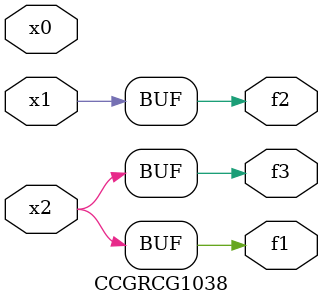
<source format=v>
module CCGRCG1038(
	input x0, x1, x2,
	output f1, f2, f3
);
	assign f1 = x2;
	assign f2 = x1;
	assign f3 = x2;
endmodule

</source>
